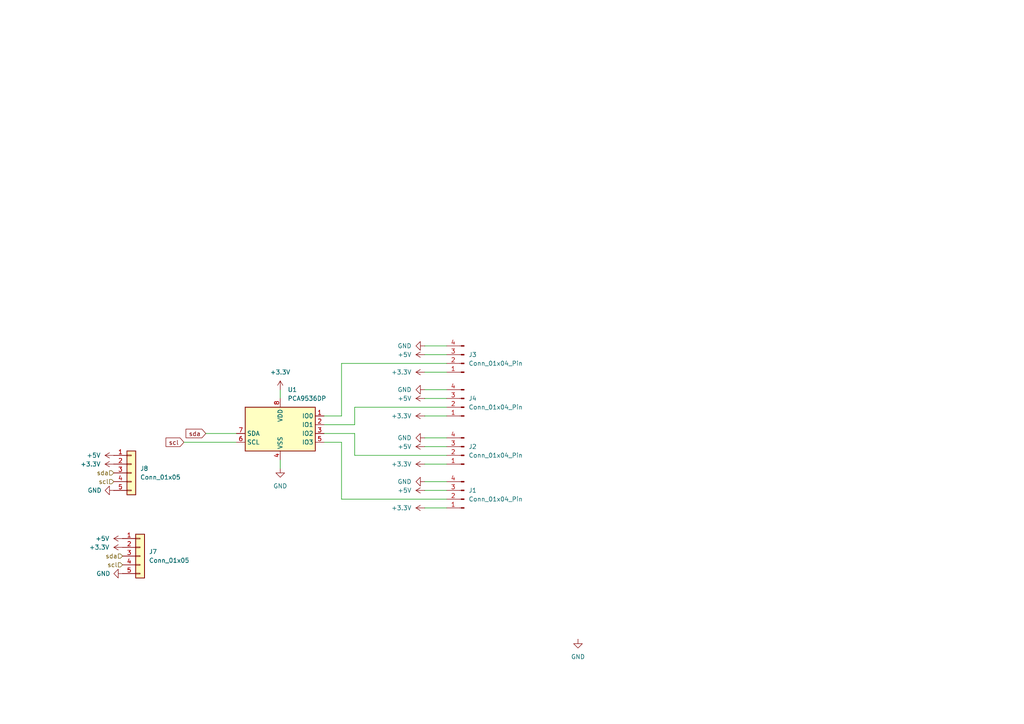
<source format=kicad_sch>
(kicad_sch (version 20250114) (generator "eeschema") (generator_version "9.0")
  (paper "A4")
  (lib_symbols
    (symbol "Connector:Conn_01x04_Pin" (pin_names (offset 1.016) (hide yes))
      (property "Reference" "J" (at 0 5.08 0))
      (property "Value" "Conn_01x04_Pin" (at 0 -7.62 0))
      (symbol "Conn_01x04_Pin_1_1"
        (rectangle (start 0.8636 2.667) (end 0 2.413) (stroke (width 0.1524)) (fill (type outline)))
        (rectangle (start 0.8636 0.127) (end 0 -0.127) (stroke (width 0.1524)) (fill (type outline)))
        (rectangle (start 0.8636 -2.413) (end 0 -2.667) (stroke (width 0.1524)) (fill (type outline)))
        (rectangle (start 0.8636 -4.953) (end 0 -5.207) (stroke (width 0.1524)) (fill (type outline)))
        (polyline (pts (xy 1.27 2.54) (xy 0.8636 2.54)) (stroke (width 0.1524)))
        (polyline (pts (xy 1.27 0) (xy 0.8636 0)) (stroke (width 0.1524)))
        (polyline (pts (xy 1.27 -2.54) (xy 0.8636 -2.54)) (stroke (width 0.1524)))
        (polyline (pts (xy 1.27 -5.08) (xy 0.8636 -5.08)) (stroke (width 0.1524)))
        (pin passive line (at 5.08 2.54 180) (length 3.81) (name "Pin_1") (number "1"))
        (pin passive line (at 5.08 0 180) (length 3.81) (name "Pin_2") (number "2"))
        (pin passive line (at 5.08 -2.54 180) (length 3.81) (name "Pin_3") (number "3"))
        (pin passive line (at 5.08 -5.08 180) (length 3.81) (name "Pin_4") (number "4"))
      )
    )
    (symbol "Connector_Generic:Conn_01x05" (pin_names (offset 1.016) (hide yes))
      (property "Reference" "J" (at 0 7.62 0))
      (property "Value" "Conn_01x05" (at 0 -7.62 0))
      (symbol "Conn_01x05_1_1"
        (rectangle (start -1.27 6.35) (end 1.27 -6.35) (stroke (width 0.254)) (fill (type background)))
        (rectangle (start -1.27 5.207) (end 0 4.953) (stroke (width 0.1524)))
        (rectangle (start -1.27 2.667) (end 0 2.413) (stroke (width 0.1524)))
        (rectangle (start -1.27 0.127) (end 0 -0.127) (stroke (width 0.1524)))
        (rectangle (start -1.27 -2.413) (end 0 -2.667) (stroke (width 0.1524)))
        (rectangle (start -1.27 -4.953) (end 0 -5.207) (stroke (width 0.1524)))
        (pin passive line (at -5.08 5.08 0) (length 3.81) (name "Pin_1") (number "1"))
        (pin passive line (at -5.08 2.54 0) (length 3.81) (name "Pin_2") (number "2"))
        (pin passive line (at -5.08 0 0) (length 3.81) (name "Pin_3") (number "3"))
        (pin passive line (at -5.08 -2.54 0) (length 3.81) (name "Pin_4") (number "4"))
        (pin passive line (at -5.08 -5.08 0) (length 3.81) (name "Pin_5") (number "5"))
      )
    )
    (symbol "Interface_Expansion:PCA9536DP"
      (property "Reference" "U" (at -8.89 6.35 0))
      (property "Value" "PCA9536DP" (at 6.35 6.35 0))
      (symbol "PCA9536DP_0_1"
        (rectangle (start -10.16 5.08) (end 10.16 -7.62) (stroke (width 0.254)) (fill (type background)))
      )
      (symbol "PCA9536DP_1_1"
        (pin bidirectional line (at -12.7 -2.54 0) (length 2.54) (name "SDA") (number "7"))
        (pin input line (at -12.7 -5.08 0) (length 2.54) (name "SCL") (number "6"))
        (pin power_in line (at 0 7.62 270) (length 2.54) (name "VDD") (number "8"))
        (pin power_in line (at 0 -10.16 90) (length 2.54) (name "VSS") (number "4"))
        (pin bidirectional line (at 12.7 2.54 180) (length 2.54) (name "IO0") (number "1"))
        (pin bidirectional line (at 12.7 0 180) (length 2.54) (name "IO1") (number "2"))
        (pin bidirectional line (at 12.7 -2.54 180) (length 2.54) (name "IO2") (number "3"))
        (pin bidirectional line (at 12.7 -5.08 180) (length 2.54) (name "IO3") (number "5"))
      )
    )
    (symbol "power:+3.3V" (power) (pin_numbers (hide yes)) (pin_names (offset 0) (hide yes))
      (property "Value" "+3.3V" (at 0 3.556 0))
      (symbol "+3.3V_0_1"
        (polyline (pts (xy -0.762 1.27) (xy 0 2.54)))
        (polyline (pts (xy 0 2.54) (xy 0.762 1.27)))
        (polyline (pts (xy 0 0) (xy 0 2.54)))
      )
      (symbol "+3.3V_1_1"
        (pin power_in line (at 0 0 90) (length 0) (name "~") (number "1"))
      )
    )
    (symbol "power:+5V" (power) (pin_numbers (hide yes)) (pin_names (offset 0) (hide yes))
      (property "Value" "+5V" (at 0 3.556 0))
      (symbol "+5V_0_1"
        (polyline (pts (xy -0.762 1.27) (xy 0 2.54)))
        (polyline (pts (xy 0 2.54) (xy 0.762 1.27)))
        (polyline (pts (xy 0 0) (xy 0 2.54)))
      )
      (symbol "+5V_1_1"
        (pin power_in line (at 0 0 90) (length 0) (name "~") (number "1"))
      )
    )
    (symbol "power:GND" (power) (pin_numbers (hide yes)) (pin_names (offset 0) (hide yes))
      (property "Value" "GND" (at 0 -3.81 0))
      (symbol "GND_0_1"
        (polyline (pts (xy 0 0) (xy 0 -1.27) (xy 1.27 -1.27) (xy 0 -2.54) (xy -1.27 -1.27) (xy 0 -1.27)))
      )
      (symbol "GND_1_1"
        (pin power_in line (at 0 0 270) (length 0) (name "~") (number "1"))
      )
    )
  )
  (wire (pts (xy 123.19 107.95) (xy 129.54 107.95)))
  (wire (pts (xy 59.69 125.73) (xy 68.58 125.73)))
  (wire (pts (xy 123.19 139.7) (xy 129.54 139.7)))
  (wire (pts (xy 123.19 115.57) (xy 129.54 115.57)))
  (wire (pts (xy 123.19 120.65) (xy 129.54 120.65)))
  (wire (pts (xy 123.19 134.62) (xy 129.54 134.62)))
  (wire (pts (xy 93.98 123.19) (xy 102.87 123.19)))
  (wire (pts (xy 99.06 105.41) (xy 99.06 120.65)))
  (wire (pts (xy 123.19 102.87) (xy 129.54 102.87)))
  (wire (pts (xy 99.06 144.78) (xy 99.06 128.27)))
  (wire (pts (xy 102.87 132.08) (xy 129.54 132.08)))
  (wire (pts (xy 99.06 144.78) (xy 129.54 144.78)))
  (wire (pts (xy 81.28 113.03) (xy 81.28 115.57)))
  (wire (pts (xy 99.06 105.41) (xy 129.54 105.41)))
  (wire (pts (xy 102.87 125.73) (xy 93.98 125.73)))
  (wire (pts (xy 102.87 118.11) (xy 102.87 123.19)))
  (wire (pts (xy 102.87 125.73) (xy 102.87 132.08)))
  (wire (pts (xy 123.19 127) (xy 129.54 127)))
  (wire (pts (xy 123.19 100.33) (xy 129.54 100.33)))
  (wire (pts (xy 102.87 118.11) (xy 129.54 118.11)))
  (wire (pts (xy 123.19 113.03) (xy 129.54 113.03)))
  (wire (pts (xy 53.34 128.27) (xy 68.58 128.27)))
  (wire (pts (xy 99.06 120.65) (xy 93.98 120.65)))
  (wire (pts (xy 123.19 147.32) (xy 129.54 147.32)))
  (wire (pts (xy 123.19 129.54) (xy 129.54 129.54)))
  (wire (pts (xy 81.28 133.35) (xy 81.28 135.89)))
  (wire (pts (xy 123.19 142.24) (xy 129.54 142.24)))
  (wire (pts (xy 99.06 128.27) (xy 93.98 128.27)))
  (global_label "sda" (shape input) (at 59.69 125.73 180) (property "Intersheetrefs" "${INTERSHEET_REFS}" (effects (hide yes))))
  (global_label "scl" (shape input) (at 53.34 128.27 180) (property "Intersheetrefs" "${INTERSHEET_REFS}" (effects (hide yes))))
  (hierarchical_label "sda" (shape input) (at 35.56 161.29 180))
  (hierarchical_label "sda" (shape input) (at 33.02 137.16 180))
  (hierarchical_label "scl" (shape input) (at 35.56 163.83 180))
  (hierarchical_label "scl" (shape input) (at 33.02 139.7 180))
  (symbol (lib_id "Connector:Conn_01x04_Pin") (at 134.62 144.78 180) (unit 1)
    (property "Reference" "J1" (at 135.89 142.2399 0) (effects (justify right)))
    (property "Value" "Conn_01x04_Pin" (at 135.89 144.7799 0) (effects (justify right)))
    (property "Footprint" "Connector_PinHeader_2.54mm:PinHeader_1x04_P2.54mm_Vertical" (effects (hide yes)))
    (property "Description" "Generic connector, single row, 01x04, script generated" (effects (hide yes)))
  )
  (symbol (lib_id "power:+5V") (at 123.19 142.24 90) (unit 1)
    (property "Reference" "#PWR014" (effects (hide yes)))
    (property "Value" "+5V" (at 119.38 142.2399 90) (effects (justify left)))
    (property "Description" "Power symbol creates a global label with name \"+5V\"" (effects (hide yes)))
  )
  (symbol (lib_id "power:+3.3V") (at 123.19 134.62 90) (unit 1)
    (property "Reference" "#PWR016" (effects (hide yes)))
    (property "Value" "+3.3V" (at 119.38 134.6199 90) (effects (justify left)))
    (property "Description" "Power symbol creates a global label with name \"+3.3V\"" (effects (hide yes)))
  )
  (symbol (lib_id "power:+5V") (at 35.56 156.21 90) (unit 1)
    (property "Reference" "#PWR028" (effects (hide yes)))
    (property "Value" "+5V" (at 31.75 156.2099 90) (effects (justify left)))
    (property "Description" "Power symbol creates a global label with name \"+5V\"" (effects (hide yes)))
  )
  (symbol (lib_id "power:GND") (at 81.28 135.89 0) (unit 1)
    (property "Reference" "#PWR02" (effects (hide yes)))
    (property "Value" "GND" (at 81.28 140.97 0))
    (property "Description" "Power symbol creates a global label with name \"GND\" , ground" (effects (hide yes)))
  )
  (symbol (lib_id "Connector:Conn_01x04_Pin") (at 134.62 118.11 180) (unit 1)
    (property "Reference" "J4" (at 135.89 115.5699 0) (effects (justify right)))
    (property "Value" "Conn_01x04_Pin" (at 135.89 118.1099 0) (effects (justify right)))
    (property "Footprint" "Connector_PinHeader_2.54mm:PinHeader_1x04_P2.54mm_Vertical" (effects (hide yes)))
    (property "Description" "Generic connector, single row, 01x04, script generated" (effects (hide yes)))
  )
  (symbol (lib_id "power:+3.3V") (at 123.19 120.65 90) (unit 1)
    (property "Reference" "#PWR017" (effects (hide yes)))
    (property "Value" "+3.3V" (at 119.38 120.6499 90) (effects (justify left)))
    (property "Description" "Power symbol creates a global label with name \"+3.3V\"" (effects (hide yes)))
  )
  (symbol (lib_id "power:+5V") (at 123.19 129.54 90) (unit 1)
    (property "Reference" "#PWR013" (effects (hide yes)))
    (property "Value" "+5V" (at 119.38 129.5399 90) (effects (justify left)))
    (property "Description" "Power symbol creates a global label with name \"+5V\"" (effects (hide yes)))
  )
  (symbol (lib_id "Connector:Conn_01x04_Pin") (at 134.62 105.41 180) (unit 1)
    (property "Reference" "J3" (at 135.89 102.8699 0) (effects (justify right)))
    (property "Value" "Conn_01x04_Pin" (at 135.89 105.4099 0) (effects (justify right)))
    (property "Footprint" "Connector_PinHeader_2.54mm:PinHeader_1x04_P2.54mm_Vertical" (effects (hide yes)))
    (property "Description" "Generic connector, single row, 01x04, script generated" (effects (hide yes)))
  )
  (symbol (lib_id "power:+5V") (at 123.19 102.87 90) (unit 1)
    (property "Reference" "#PWR011" (effects (hide yes)))
    (property "Value" "+5V" (at 119.38 102.8699 90) (effects (justify left)))
    (property "Description" "Power symbol creates a global label with name \"+5V\"" (effects (hide yes)))
  )
  (symbol (lib_id "power:+3.3V") (at 35.56 158.75 90) (unit 1)
    (property "Reference" "#PWR029" (effects (hide yes)))
    (property "Value" "+3.3V" (at 31.75 158.7499 90) (effects (justify left)))
    (property "Description" "Power symbol creates a global label with name \"+3.3V\"" (effects (hide yes)))
  )
  (symbol (lib_id "power:GND") (at 167.64 185.42 0) (unit 1)
    (property "Reference" "#PWR022" (effects (hide yes)))
    (property "Value" "GND" (at 167.64 190.5 0))
    (property "Description" "Power symbol creates a global label with name \"GND\" , ground" (effects (hide yes)))
  )
  (symbol (lib_id "power:+3.3V") (at 81.28 113.03 0) (unit 1)
    (property "Reference" "#PWR01" (effects (hide yes)))
    (property "Value" "+3.3V" (at 81.28 107.95 0))
    (property "Description" "Power symbol creates a global label with name \"+3.3V\"" (effects (hide yes)))
  )
  (symbol (lib_id "power:+5V") (at 123.19 115.57 90) (unit 1)
    (property "Reference" "#PWR012" (effects (hide yes)))
    (property "Value" "+5V" (at 119.38 115.5699 90) (effects (justify left)))
    (property "Description" "Power symbol creates a global label with name \"+5V\"" (effects (hide yes)))
  )
  (symbol (lib_id "Connector_Generic:Conn_01x05") (at 38.1 137.16 0) (unit 1)
    (property "Reference" "J8" (at 40.64 135.8899 0) (effects (justify left)))
    (property "Value" "Conn_01x05" (at 40.64 138.4299 0) (effects (justify left)))
    (property "Footprint" "Connector_PinHeader_2.54mm:PinHeader_1x05_P2.54mm_Vertical" (effects (hide yes)))
    (property "Description" "Generic connector, single row, 01x05, script generated (kicad-library-utils/schlib/autogen/connector/)" (effects (hide yes)))
  )
  (symbol (lib_id "power:+3.3V") (at 123.19 107.95 90) (unit 1)
    (property "Reference" "#PWR018" (effects (hide yes)))
    (property "Value" "+3.3V" (at 119.38 107.9499 90) (effects (justify left)))
    (property "Description" "Power symbol creates a global label with name \"+3.3V\"" (effects (hide yes)))
  )
  (symbol (lib_id "power:+3.3V") (at 33.02 134.62 90) (unit 1)
    (property "Reference" "#PWR032" (effects (hide yes)))
    (property "Value" "+3.3V" (at 29.21 134.6199 90) (effects (justify left)))
    (property "Description" "Power symbol creates a global label with name \"+3.3V\"" (effects (hide yes)))
  )
  (symbol (lib_id "power:GND") (at 35.56 166.37 270) (unit 1)
    (property "Reference" "#PWR030" (effects (hide yes)))
    (property "Value" "GND" (at 29.972 166.37 90))
    (property "Description" "Power symbol creates a global label with name \"GND\" , ground" (effects (hide yes)))
  )
  (symbol (lib_id "power:GND") (at 33.02 142.24 270) (unit 1)
    (property "Reference" "#PWR033" (effects (hide yes)))
    (property "Value" "GND" (at 27.432 142.24 90))
    (property "Description" "Power symbol creates a global label with name \"GND\" , ground" (effects (hide yes)))
  )
  (symbol (lib_id "power:+3.3V") (at 123.19 147.32 90) (unit 1)
    (property "Reference" "#PWR015" (effects (hide yes)))
    (property "Value" "+3.3V" (at 119.38 147.3199 90) (effects (justify left)))
    (property "Description" "Power symbol creates a global label with name \"+3.3V\"" (effects (hide yes)))
  )
  (symbol (lib_id "Interface_Expansion:PCA9536DP") (at 81.28 123.19 0) (unit 1)
    (property "Reference" "U1" (at 83.4233 113.03 0) (effects (justify left)))
    (property "Value" "PCA9536DP" (at 83.4233 115.57 0) (effects (justify left)))
    (property "Footprint" "Package_SO:TSSOP-8_3x3mm_P0.65mm" (effects (hide yes)))
    (property "Datasheet" "http://www.nxp.com/docs/en/data-sheet/PCA9536.pdf" (effects (hide yes)))
    (property "Description" "4-bit I2C-bus and SMBus IO port, TSSOP-8" (effects (hide yes)))
  )
  (symbol (lib_id "power:GND") (at 123.19 113.03 270) (unit 1)
    (property "Reference" "#PWR07" (effects (hide yes)))
    (property "Value" "GND" (at 119.38 113.0299 90) (effects (justify right)))
    (property "Description" "Power symbol creates a global label with name \"GND\" , ground" (effects (hide yes)))
  )
  (symbol (lib_id "power:GND") (at 123.19 100.33 270) (unit 1)
    (property "Reference" "#PWR05" (effects (hide yes)))
    (property "Value" "GND" (at 119.38 100.3299 90) (effects (justify right)))
    (property "Description" "Power symbol creates a global label with name \"GND\" , ground" (effects (hide yes)))
  )
  (symbol (lib_id "power:+5V") (at 33.02 132.08 90) (unit 1)
    (property "Reference" "#PWR031" (effects (hide yes)))
    (property "Value" "+5V" (at 29.21 132.0799 90) (effects (justify left)))
    (property "Description" "Power symbol creates a global label with name \"+5V\"" (effects (hide yes)))
  )
  (symbol (lib_id "power:GND") (at 123.19 127 270) (unit 1)
    (property "Reference" "#PWR09" (effects (hide yes)))
    (property "Value" "GND" (at 119.38 126.9999 90) (effects (justify right)))
    (property "Description" "Power symbol creates a global label with name \"GND\" , ground" (effects (hide yes)))
  )
  (symbol (lib_id "Connector_Generic:Conn_01x05") (at 40.64 161.29 0) (unit 1)
    (property "Reference" "J7" (at 43.18 160.0199 0) (effects (justify left)))
    (property "Value" "Conn_01x05" (at 43.18 162.5599 0) (effects (justify left)))
    (property "Footprint" "Connector_PinHeader_2.54mm:PinHeader_1x05_P2.54mm_Vertical" (effects (hide yes)))
    (property "Description" "Generic connector, single row, 01x05, script generated (kicad-library-utils/schlib/autogen/connector/)" (effects (hide yes)))
  )
  (symbol (lib_id "Connector:Conn_01x04_Pin") (at 134.62 132.08 180) (unit 1)
    (property "Reference" "J2" (at 135.89 129.5399 0) (effects (justify right)))
    (property "Value" "Conn_01x04_Pin" (at 135.89 132.0799 0) (effects (justify right)))
    (property "Footprint" "Connector_PinHeader_2.54mm:PinHeader_1x04_P2.54mm_Vertical" (effects (hide yes)))
    (property "Description" "Generic connector, single row, 01x04, script generated" (effects (hide yes)))
  )
  (symbol (lib_id "power:GND") (at 123.19 139.7 270) (unit 1)
    (property "Reference" "#PWR010" (effects (hide yes)))
    (property "Value" "GND" (at 119.38 139.6999 90) (effects (justify right)))
    (property "Description" "Power symbol creates a global label with name \"GND\" , ground" (effects (hide yes)))
  )
)
</source>
